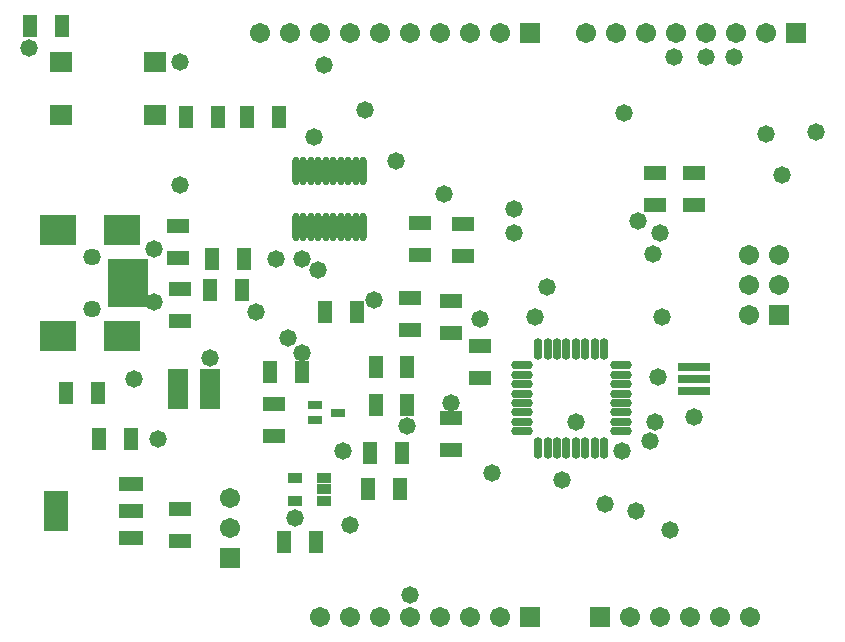
<source format=gts>
G04*
G04 #@! TF.GenerationSoftware,Altium Limited,Altium Designer,18.0.9 (584)*
G04*
G04 Layer_Color=8388736*
%FSLAX25Y25*%
%MOIN*%
G70*
G01*
G75*
%ADD33R,0.07493X0.05131*%
%ADD34R,0.07677X0.06693*%
%ADD35R,0.05131X0.07493*%
%ADD36O,0.07296X0.02965*%
%ADD37O,0.02965X0.07296*%
%ADD38R,0.08083X0.13398*%
%ADD39R,0.08083X0.04737*%
%ADD40R,0.04724X0.03543*%
%ADD41R,0.10630X0.02756*%
%ADD42R,0.06706X0.13398*%
%ADD43R,0.13386X0.03543*%
%ADD44R,0.12205X0.10236*%
%ADD45R,0.04724X0.02756*%
%ADD46O,0.02375X0.09658*%
%ADD47C,0.06706*%
%ADD48R,0.06706X0.06706*%
%ADD49R,0.06706X0.06706*%
%ADD50C,0.05800*%
%ADD51C,0.05743*%
D33*
X145600Y78915D02*
D03*
Y68285D02*
D03*
X86400Y83715D02*
D03*
Y73085D02*
D03*
X155275Y92285D02*
D03*
Y102915D02*
D03*
X55200Y37885D02*
D03*
Y48515D02*
D03*
X145600Y107485D02*
D03*
Y118115D02*
D03*
X132000Y108285D02*
D03*
Y118915D02*
D03*
X149600Y143715D02*
D03*
Y133085D02*
D03*
X135200Y144000D02*
D03*
Y133370D02*
D03*
X226400Y149885D02*
D03*
Y160515D02*
D03*
X213600Y149885D02*
D03*
Y160515D02*
D03*
X55200Y122115D02*
D03*
Y111485D02*
D03*
X54400Y132285D02*
D03*
Y142915D02*
D03*
D34*
X46850Y179942D02*
D03*
X15550D02*
D03*
X46850Y197658D02*
D03*
X15550D02*
D03*
D35*
X120383Y83200D02*
D03*
X131013D02*
D03*
X5085Y209600D02*
D03*
X15715D02*
D03*
X28285Y72000D02*
D03*
X38915D02*
D03*
X89885Y37600D02*
D03*
X100515D02*
D03*
X129315Y67200D02*
D03*
X118685D02*
D03*
X88230Y179200D02*
D03*
X77600D02*
D03*
X57085D02*
D03*
X67715D02*
D03*
X128515Y55200D02*
D03*
X117885D02*
D03*
X131013Y96000D02*
D03*
X120383D02*
D03*
X65885Y132000D02*
D03*
X76515D02*
D03*
X65085Y121600D02*
D03*
X75715D02*
D03*
X95715Y94400D02*
D03*
X85085D02*
D03*
X114115Y114400D02*
D03*
X103485D02*
D03*
X27715Y87200D02*
D03*
X17085D02*
D03*
D36*
X202135Y74576D02*
D03*
Y77726D02*
D03*
Y80876D02*
D03*
Y84025D02*
D03*
Y87175D02*
D03*
Y90324D02*
D03*
Y93474D02*
D03*
Y96624D02*
D03*
X169065D02*
D03*
Y93474D02*
D03*
Y90324D02*
D03*
Y87175D02*
D03*
Y84025D02*
D03*
Y80876D02*
D03*
Y77726D02*
D03*
Y74576D02*
D03*
D37*
X196624Y102135D02*
D03*
X193474D02*
D03*
X190324D02*
D03*
X187175D02*
D03*
X184025D02*
D03*
X180876D02*
D03*
X177726D02*
D03*
X174576D02*
D03*
Y69065D02*
D03*
X177726D02*
D03*
X180876D02*
D03*
X184025D02*
D03*
X187175D02*
D03*
X190324D02*
D03*
X193474D02*
D03*
X196624D02*
D03*
D38*
X13900Y48000D02*
D03*
D39*
X38900Y57055D02*
D03*
Y48000D02*
D03*
Y38945D02*
D03*
D40*
X93676Y51460D02*
D03*
Y58940D02*
D03*
X103124D02*
D03*
Y55200D02*
D03*
Y51460D02*
D03*
D41*
X226400Y95937D02*
D03*
Y92000D02*
D03*
Y88063D02*
D03*
D42*
X65030Y88800D02*
D03*
X54400Y88800D02*
D03*
D43*
X37835Y130299D02*
D03*
Y127150D02*
D03*
Y124000D02*
D03*
X37815Y120850D02*
D03*
Y117701D02*
D03*
D44*
X14410Y106480D02*
D03*
X35866D02*
D03*
X14410Y141520D02*
D03*
X35866D02*
D03*
D45*
X108000Y80800D02*
D03*
X100224Y78241D02*
D03*
Y83359D02*
D03*
D46*
X116193Y161284D02*
D03*
X113693D02*
D03*
X111194D02*
D03*
X108694D02*
D03*
X106193D02*
D03*
X103693D02*
D03*
X101193D02*
D03*
X98694D02*
D03*
X96193D02*
D03*
X93694D02*
D03*
X116193Y142584D02*
D03*
X113693D02*
D03*
X111194D02*
D03*
X108694D02*
D03*
X106193D02*
D03*
X103693D02*
D03*
X101193D02*
D03*
X98694D02*
D03*
X96193D02*
D03*
X93694D02*
D03*
D47*
X244800Y133200D02*
D03*
X254800D02*
D03*
X244800Y123200D02*
D03*
X254800D02*
D03*
X244800Y113200D02*
D03*
X72000Y42400D02*
D03*
Y52400D02*
D03*
X205200Y12800D02*
D03*
X215200D02*
D03*
X225200D02*
D03*
X235200D02*
D03*
X245200D02*
D03*
X250400Y207200D02*
D03*
X240400D02*
D03*
X230400D02*
D03*
X220400D02*
D03*
X210400D02*
D03*
X200400D02*
D03*
X190400D02*
D03*
X162000Y12800D02*
D03*
X152000D02*
D03*
X142000D02*
D03*
X132000D02*
D03*
X122000D02*
D03*
X112000D02*
D03*
X102000D02*
D03*
X152000Y207200D02*
D03*
X82000D02*
D03*
X92000D02*
D03*
X102000D02*
D03*
X112000D02*
D03*
X122000D02*
D03*
X132000D02*
D03*
X142000D02*
D03*
X162000D02*
D03*
D48*
X254800Y113200D02*
D03*
X72000Y32400D02*
D03*
D49*
X195200Y12800D02*
D03*
X260400Y207200D02*
D03*
X172000Y12800D02*
D03*
Y207200D02*
D03*
D50*
X177559Y122835D02*
D03*
X91200Y105600D02*
D03*
X80460Y114400D02*
D03*
X96000Y132000D02*
D03*
X87200D02*
D03*
X100000Y172800D02*
D03*
X112000Y43200D02*
D03*
X109600Y68000D02*
D03*
X187200Y77600D02*
D03*
X166400Y140800D02*
D03*
Y148800D02*
D03*
X173600Y112800D02*
D03*
X55258Y197658D02*
D03*
X127200Y164800D02*
D03*
X120000Y118400D02*
D03*
X96000Y100800D02*
D03*
X215200Y140800D02*
D03*
X212800Y133600D02*
D03*
X208000Y144800D02*
D03*
X116800Y181600D02*
D03*
X203200Y180800D02*
D03*
X214400Y92800D02*
D03*
X207200Y48000D02*
D03*
X216000Y112800D02*
D03*
X182400Y58400D02*
D03*
X256000Y160000D02*
D03*
X218400Y41600D02*
D03*
X159200Y60800D02*
D03*
X155275Y111925D02*
D03*
X196800Y50400D02*
D03*
X46400Y135200D02*
D03*
X4800Y202400D02*
D03*
X40000Y92000D02*
D03*
X46400Y117600D02*
D03*
X55200Y156800D02*
D03*
X143200Y153600D02*
D03*
X145600Y84000D02*
D03*
X103200Y196800D02*
D03*
X226400Y79200D02*
D03*
X213474Y77726D02*
D03*
X212000Y71200D02*
D03*
X250400Y173600D02*
D03*
X267200Y174400D02*
D03*
X202400Y68000D02*
D03*
X220000Y199200D02*
D03*
X230400D02*
D03*
X240000D02*
D03*
X131013Y76187D02*
D03*
X101193Y128393D02*
D03*
X65030Y98970D02*
D03*
X93600Y45600D02*
D03*
X132000Y20000D02*
D03*
X48000Y72000D02*
D03*
D51*
X25709Y132661D02*
D03*
Y115339D02*
D03*
M02*

</source>
